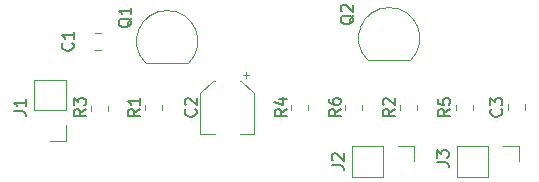
<source format=gbr>
%TF.GenerationSoftware,KiCad,Pcbnew,(5.1.7)-1*%
%TF.CreationDate,2020-12-08T09:59:05+02:00*%
%TF.ProjectId,Single_transistor_AMP,53696e67-6c65-45f7-9472-616e73697374,V1.0*%
%TF.SameCoordinates,Original*%
%TF.FileFunction,Legend,Top*%
%TF.FilePolarity,Positive*%
%FSLAX46Y46*%
G04 Gerber Fmt 4.6, Leading zero omitted, Abs format (unit mm)*
G04 Created by KiCad (PCBNEW (5.1.7)-1) date 2020-12-08 09:59:05*
%MOMM*%
%LPD*%
G01*
G04 APERTURE LIST*
%ADD10C,0.120000*%
%ADD11C,0.150000*%
G04 APERTURE END LIST*
D10*
%TO.C,C1*%
X121165252Y-78513000D02*
X120642748Y-78513000D01*
X121165252Y-79983000D02*
X120642748Y-79983000D01*
%TO.C,C2*%
X133636000Y-82086000D02*
X133136000Y-82086000D01*
X133386000Y-81836000D02*
X133386000Y-82336000D01*
X130630437Y-82576000D02*
X129566000Y-83640437D01*
X133021563Y-82576000D02*
X134086000Y-83640437D01*
X133021563Y-82576000D02*
X132886000Y-82576000D01*
X130630437Y-82576000D02*
X130766000Y-82576000D01*
X129566000Y-83640437D02*
X129566000Y-87096000D01*
X134086000Y-83640437D02*
X134086000Y-87096000D01*
X134086000Y-87096000D02*
X132886000Y-87096000D01*
X129566000Y-87096000D02*
X130766000Y-87096000D01*
%TO.C,C3*%
X155602000Y-85097252D02*
X155602000Y-84574748D01*
X157072000Y-85097252D02*
X157072000Y-84574748D01*
%TO.C,Q1*%
X124946000Y-81098000D02*
X128546000Y-81098000D01*
X124907522Y-81086478D02*
G75*
G02*
X126746000Y-76648000I1838478J1838478D01*
G01*
X128584478Y-81086478D02*
G75*
G03*
X126746000Y-76648000I-1838478J1838478D01*
G01*
%TO.C,Q2*%
X143742000Y-80844000D02*
X147342000Y-80844000D01*
X147380478Y-80832478D02*
G75*
G03*
X145542000Y-76394000I-1838478J1838478D01*
G01*
X143703522Y-80832478D02*
G75*
G02*
X145542000Y-76394000I1838478J1838478D01*
G01*
%TO.C,R1*%
X124868000Y-84608936D02*
X124868000Y-85063064D01*
X126338000Y-84608936D02*
X126338000Y-85063064D01*
%TO.C,R2*%
X146458000Y-85063064D02*
X146458000Y-84608936D01*
X147928000Y-85063064D02*
X147928000Y-84608936D01*
%TO.C,R3*%
X121766000Y-84735936D02*
X121766000Y-85190064D01*
X120296000Y-84735936D02*
X120296000Y-85190064D01*
%TO.C,R4*%
X137187000Y-84608936D02*
X137187000Y-85063064D01*
X138657000Y-84608936D02*
X138657000Y-85063064D01*
%TO.C,R5*%
X151157000Y-85063064D02*
X151157000Y-84608936D01*
X152627000Y-85063064D02*
X152627000Y-84608936D01*
%TO.C,R6*%
X141759000Y-84608936D02*
X141759000Y-85063064D01*
X143229000Y-84608936D02*
X143229000Y-85063064D01*
%TO.C,J1*%
X118170000Y-87690000D02*
X116840000Y-87690000D01*
X118170000Y-86360000D02*
X118170000Y-87690000D01*
X118170000Y-85090000D02*
X115510000Y-85090000D01*
X115510000Y-85090000D02*
X115510000Y-82490000D01*
X118170000Y-85090000D02*
X118170000Y-82490000D01*
X118170000Y-82490000D02*
X115510000Y-82490000D01*
%TO.C,J3*%
X151324000Y-88078000D02*
X151324000Y-90738000D01*
X153924000Y-88078000D02*
X151324000Y-88078000D01*
X153924000Y-90738000D02*
X151324000Y-90738000D01*
X153924000Y-88078000D02*
X153924000Y-90738000D01*
X155194000Y-88078000D02*
X156524000Y-88078000D01*
X156524000Y-88078000D02*
X156524000Y-89408000D01*
%TO.C,J2*%
X142434000Y-88078000D02*
X142434000Y-90738000D01*
X145034000Y-88078000D02*
X142434000Y-88078000D01*
X145034000Y-90738000D02*
X142434000Y-90738000D01*
X145034000Y-88078000D02*
X145034000Y-90738000D01*
X146304000Y-88078000D02*
X147634000Y-88078000D01*
X147634000Y-88078000D02*
X147634000Y-89408000D01*
%TO.C,C1*%
D11*
X118721142Y-79414666D02*
X118768761Y-79462285D01*
X118816380Y-79605142D01*
X118816380Y-79700380D01*
X118768761Y-79843238D01*
X118673523Y-79938476D01*
X118578285Y-79986095D01*
X118387809Y-80033714D01*
X118244952Y-80033714D01*
X118054476Y-79986095D01*
X117959238Y-79938476D01*
X117864000Y-79843238D01*
X117816380Y-79700380D01*
X117816380Y-79605142D01*
X117864000Y-79462285D01*
X117911619Y-79414666D01*
X118816380Y-78462285D02*
X118816380Y-79033714D01*
X118816380Y-78748000D02*
X117816380Y-78748000D01*
X117959238Y-78843238D01*
X118054476Y-78938476D01*
X118102095Y-79033714D01*
%TO.C,C2*%
X129135142Y-85002666D02*
X129182761Y-85050285D01*
X129230380Y-85193142D01*
X129230380Y-85288380D01*
X129182761Y-85431238D01*
X129087523Y-85526476D01*
X128992285Y-85574095D01*
X128801809Y-85621714D01*
X128658952Y-85621714D01*
X128468476Y-85574095D01*
X128373238Y-85526476D01*
X128278000Y-85431238D01*
X128230380Y-85288380D01*
X128230380Y-85193142D01*
X128278000Y-85050285D01*
X128325619Y-85002666D01*
X128325619Y-84621714D02*
X128278000Y-84574095D01*
X128230380Y-84478857D01*
X128230380Y-84240761D01*
X128278000Y-84145523D01*
X128325619Y-84097904D01*
X128420857Y-84050285D01*
X128516095Y-84050285D01*
X128658952Y-84097904D01*
X129230380Y-84669333D01*
X129230380Y-84050285D01*
%TO.C,C3*%
X155014142Y-85002666D02*
X155061761Y-85050285D01*
X155109380Y-85193142D01*
X155109380Y-85288380D01*
X155061761Y-85431238D01*
X154966523Y-85526476D01*
X154871285Y-85574095D01*
X154680809Y-85621714D01*
X154537952Y-85621714D01*
X154347476Y-85574095D01*
X154252238Y-85526476D01*
X154157000Y-85431238D01*
X154109380Y-85288380D01*
X154109380Y-85193142D01*
X154157000Y-85050285D01*
X154204619Y-85002666D01*
X154109380Y-84669333D02*
X154109380Y-84050285D01*
X154490333Y-84383619D01*
X154490333Y-84240761D01*
X154537952Y-84145523D01*
X154585571Y-84097904D01*
X154680809Y-84050285D01*
X154918904Y-84050285D01*
X155014142Y-84097904D01*
X155061761Y-84145523D01*
X155109380Y-84240761D01*
X155109380Y-84526476D01*
X155061761Y-84621714D01*
X155014142Y-84669333D01*
%TO.C,Q1*%
X123737619Y-77311238D02*
X123690000Y-77406476D01*
X123594761Y-77501714D01*
X123451904Y-77644571D01*
X123404285Y-77739809D01*
X123404285Y-77835047D01*
X123642380Y-77787428D02*
X123594761Y-77882666D01*
X123499523Y-77977904D01*
X123309047Y-78025523D01*
X122975714Y-78025523D01*
X122785238Y-77977904D01*
X122690000Y-77882666D01*
X122642380Y-77787428D01*
X122642380Y-77596952D01*
X122690000Y-77501714D01*
X122785238Y-77406476D01*
X122975714Y-77358857D01*
X123309047Y-77358857D01*
X123499523Y-77406476D01*
X123594761Y-77501714D01*
X123642380Y-77596952D01*
X123642380Y-77787428D01*
X123642380Y-76406476D02*
X123642380Y-76977904D01*
X123642380Y-76692190D02*
X122642380Y-76692190D01*
X122785238Y-76787428D01*
X122880476Y-76882666D01*
X122928095Y-76977904D01*
%TO.C,Q2*%
X142533619Y-77057238D02*
X142486000Y-77152476D01*
X142390761Y-77247714D01*
X142247904Y-77390571D01*
X142200285Y-77485809D01*
X142200285Y-77581047D01*
X142438380Y-77533428D02*
X142390761Y-77628666D01*
X142295523Y-77723904D01*
X142105047Y-77771523D01*
X141771714Y-77771523D01*
X141581238Y-77723904D01*
X141486000Y-77628666D01*
X141438380Y-77533428D01*
X141438380Y-77342952D01*
X141486000Y-77247714D01*
X141581238Y-77152476D01*
X141771714Y-77104857D01*
X142105047Y-77104857D01*
X142295523Y-77152476D01*
X142390761Y-77247714D01*
X142438380Y-77342952D01*
X142438380Y-77533428D01*
X141533619Y-76723904D02*
X141486000Y-76676285D01*
X141438380Y-76581047D01*
X141438380Y-76342952D01*
X141486000Y-76247714D01*
X141533619Y-76200095D01*
X141628857Y-76152476D01*
X141724095Y-76152476D01*
X141866952Y-76200095D01*
X142438380Y-76771523D01*
X142438380Y-76152476D01*
%TO.C,R1*%
X124404380Y-85002666D02*
X123928190Y-85336000D01*
X124404380Y-85574095D02*
X123404380Y-85574095D01*
X123404380Y-85193142D01*
X123452000Y-85097904D01*
X123499619Y-85050285D01*
X123594857Y-85002666D01*
X123737714Y-85002666D01*
X123832952Y-85050285D01*
X123880571Y-85097904D01*
X123928190Y-85193142D01*
X123928190Y-85574095D01*
X124404380Y-84050285D02*
X124404380Y-84621714D01*
X124404380Y-84336000D02*
X123404380Y-84336000D01*
X123547238Y-84431238D01*
X123642476Y-84526476D01*
X123690095Y-84621714D01*
%TO.C,R2*%
X145994380Y-85002666D02*
X145518190Y-85336000D01*
X145994380Y-85574095D02*
X144994380Y-85574095D01*
X144994380Y-85193142D01*
X145042000Y-85097904D01*
X145089619Y-85050285D01*
X145184857Y-85002666D01*
X145327714Y-85002666D01*
X145422952Y-85050285D01*
X145470571Y-85097904D01*
X145518190Y-85193142D01*
X145518190Y-85574095D01*
X145089619Y-84621714D02*
X145042000Y-84574095D01*
X144994380Y-84478857D01*
X144994380Y-84240761D01*
X145042000Y-84145523D01*
X145089619Y-84097904D01*
X145184857Y-84050285D01*
X145280095Y-84050285D01*
X145422952Y-84097904D01*
X145994380Y-84669333D01*
X145994380Y-84050285D01*
%TO.C,R3*%
X119832380Y-85002666D02*
X119356190Y-85336000D01*
X119832380Y-85574095D02*
X118832380Y-85574095D01*
X118832380Y-85193142D01*
X118880000Y-85097904D01*
X118927619Y-85050285D01*
X119022857Y-85002666D01*
X119165714Y-85002666D01*
X119260952Y-85050285D01*
X119308571Y-85097904D01*
X119356190Y-85193142D01*
X119356190Y-85574095D01*
X118832380Y-84669333D02*
X118832380Y-84050285D01*
X119213333Y-84383619D01*
X119213333Y-84240761D01*
X119260952Y-84145523D01*
X119308571Y-84097904D01*
X119403809Y-84050285D01*
X119641904Y-84050285D01*
X119737142Y-84097904D01*
X119784761Y-84145523D01*
X119832380Y-84240761D01*
X119832380Y-84526476D01*
X119784761Y-84621714D01*
X119737142Y-84669333D01*
%TO.C,R4*%
X136850380Y-85002666D02*
X136374190Y-85336000D01*
X136850380Y-85574095D02*
X135850380Y-85574095D01*
X135850380Y-85193142D01*
X135898000Y-85097904D01*
X135945619Y-85050285D01*
X136040857Y-85002666D01*
X136183714Y-85002666D01*
X136278952Y-85050285D01*
X136326571Y-85097904D01*
X136374190Y-85193142D01*
X136374190Y-85574095D01*
X136183714Y-84145523D02*
X136850380Y-84145523D01*
X135802761Y-84383619D02*
X136517047Y-84621714D01*
X136517047Y-84002666D01*
%TO.C,R5*%
X150694380Y-85002666D02*
X150218190Y-85336000D01*
X150694380Y-85574095D02*
X149694380Y-85574095D01*
X149694380Y-85193142D01*
X149742000Y-85097904D01*
X149789619Y-85050285D01*
X149884857Y-85002666D01*
X150027714Y-85002666D01*
X150122952Y-85050285D01*
X150170571Y-85097904D01*
X150218190Y-85193142D01*
X150218190Y-85574095D01*
X149694380Y-84097904D02*
X149694380Y-84574095D01*
X150170571Y-84621714D01*
X150122952Y-84574095D01*
X150075333Y-84478857D01*
X150075333Y-84240761D01*
X150122952Y-84145523D01*
X150170571Y-84097904D01*
X150265809Y-84050285D01*
X150503904Y-84050285D01*
X150599142Y-84097904D01*
X150646761Y-84145523D01*
X150694380Y-84240761D01*
X150694380Y-84478857D01*
X150646761Y-84574095D01*
X150599142Y-84621714D01*
%TO.C,R6*%
X141422380Y-85002666D02*
X140946190Y-85336000D01*
X141422380Y-85574095D02*
X140422380Y-85574095D01*
X140422380Y-85193142D01*
X140470000Y-85097904D01*
X140517619Y-85050285D01*
X140612857Y-85002666D01*
X140755714Y-85002666D01*
X140850952Y-85050285D01*
X140898571Y-85097904D01*
X140946190Y-85193142D01*
X140946190Y-85574095D01*
X140422380Y-84145523D02*
X140422380Y-84336000D01*
X140470000Y-84431238D01*
X140517619Y-84478857D01*
X140660476Y-84574095D01*
X140850952Y-84621714D01*
X141231904Y-84621714D01*
X141327142Y-84574095D01*
X141374761Y-84526476D01*
X141422380Y-84431238D01*
X141422380Y-84240761D01*
X141374761Y-84145523D01*
X141327142Y-84097904D01*
X141231904Y-84050285D01*
X140993809Y-84050285D01*
X140898571Y-84097904D01*
X140850952Y-84145523D01*
X140803333Y-84240761D01*
X140803333Y-84431238D01*
X140850952Y-84526476D01*
X140898571Y-84574095D01*
X140993809Y-84621714D01*
%TO.C,J1*%
X113752380Y-85169333D02*
X114466666Y-85169333D01*
X114609523Y-85216952D01*
X114704761Y-85312190D01*
X114752380Y-85455047D01*
X114752380Y-85550285D01*
X114752380Y-84169333D02*
X114752380Y-84740761D01*
X114752380Y-84455047D02*
X113752380Y-84455047D01*
X113895238Y-84550285D01*
X113990476Y-84645523D01*
X114038095Y-84740761D01*
%TO.C,J3*%
X149566380Y-89487333D02*
X150280666Y-89487333D01*
X150423523Y-89534952D01*
X150518761Y-89630190D01*
X150566380Y-89773047D01*
X150566380Y-89868285D01*
X149566380Y-89106380D02*
X149566380Y-88487333D01*
X149947333Y-88820666D01*
X149947333Y-88677809D01*
X149994952Y-88582571D01*
X150042571Y-88534952D01*
X150137809Y-88487333D01*
X150375904Y-88487333D01*
X150471142Y-88534952D01*
X150518761Y-88582571D01*
X150566380Y-88677809D01*
X150566380Y-88963523D01*
X150518761Y-89058761D01*
X150471142Y-89106380D01*
%TO.C,J2*%
X140676380Y-89741333D02*
X141390666Y-89741333D01*
X141533523Y-89788952D01*
X141628761Y-89884190D01*
X141676380Y-90027047D01*
X141676380Y-90122285D01*
X140771619Y-89312761D02*
X140724000Y-89265142D01*
X140676380Y-89169904D01*
X140676380Y-88931809D01*
X140724000Y-88836571D01*
X140771619Y-88788952D01*
X140866857Y-88741333D01*
X140962095Y-88741333D01*
X141104952Y-88788952D01*
X141676380Y-89360380D01*
X141676380Y-88741333D01*
%TD*%
M02*

</source>
